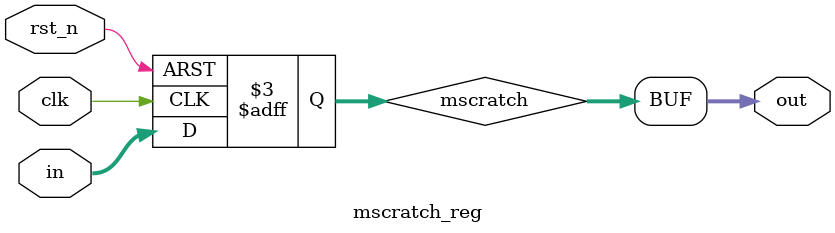
<source format=v>
module mscratch_reg (
    input clk,
    input rst_n,
    input [31:0] in,
    output [31:0] out
);
    
    localparam [31:0] default_in = 32'b0;
    
    reg [31:0] mscratch;

    always @(posedge clk or negedge rst_n) begin
        if (!rst_n) mscratch <= default_in;
        else mscratch <= in;
    end

    assign out = mscratch;

endmodule
</source>
